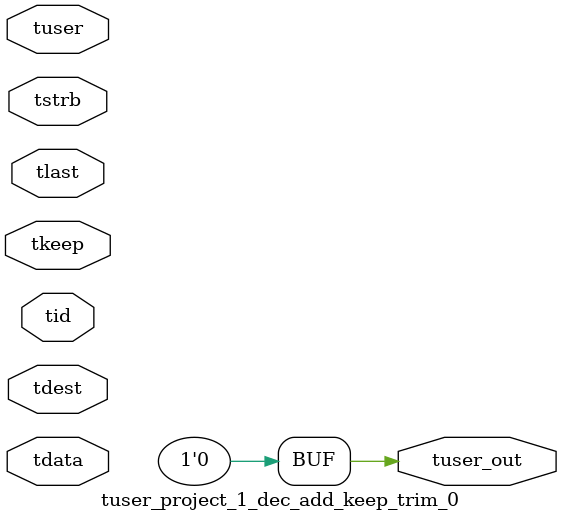
<source format=v>


`timescale 1ps/1ps

module tuser_project_1_dec_add_keep_trim_0 #
(
parameter C_S_AXIS_TUSER_WIDTH = 1,
parameter C_S_AXIS_TDATA_WIDTH = 32,
parameter C_S_AXIS_TID_WIDTH   = 0,
parameter C_S_AXIS_TDEST_WIDTH = 0,
parameter C_M_AXIS_TUSER_WIDTH = 1
)
(
input  [(C_S_AXIS_TUSER_WIDTH == 0 ? 1 : C_S_AXIS_TUSER_WIDTH)-1:0     ] tuser,
input  [(C_S_AXIS_TDATA_WIDTH == 0 ? 1 : C_S_AXIS_TDATA_WIDTH)-1:0     ] tdata,
input  [(C_S_AXIS_TID_WIDTH   == 0 ? 1 : C_S_AXIS_TID_WIDTH)-1:0       ] tid,
input  [(C_S_AXIS_TDEST_WIDTH == 0 ? 1 : C_S_AXIS_TDEST_WIDTH)-1:0     ] tdest,
input  [(C_S_AXIS_TDATA_WIDTH/8)-1:0 ] tkeep,
input  [(C_S_AXIS_TDATA_WIDTH/8)-1:0 ] tstrb,
input                                                                    tlast,
output [C_M_AXIS_TUSER_WIDTH-1:0] tuser_out
);

assign tuser_out = {1'b0};

endmodule


</source>
